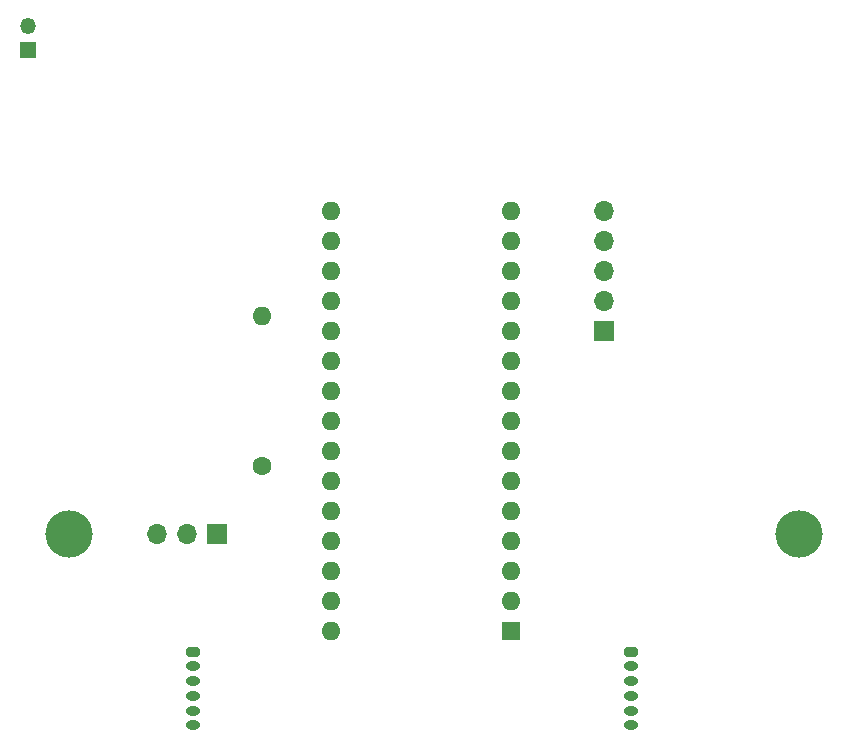
<source format=gbs>
G04 #@! TF.GenerationSoftware,KiCad,Pcbnew,(6.0.2)*
G04 #@! TF.CreationDate,2023-01-26T14:22:11+00:00*
G04 #@! TF.ProjectId,bomb-diffusal-maze,626f6d62-2d64-4696-9666-7573616c2d6d,rev?*
G04 #@! TF.SameCoordinates,Original*
G04 #@! TF.FileFunction,Soldermask,Bot*
G04 #@! TF.FilePolarity,Negative*
%FSLAX46Y46*%
G04 Gerber Fmt 4.6, Leading zero omitted, Abs format (unit mm)*
G04 Created by KiCad (PCBNEW (6.0.2)) date 2023-01-26 14:22:11*
%MOMM*%
%LPD*%
G01*
G04 APERTURE LIST*
G04 Aperture macros list*
%AMRoundRect*
0 Rectangle with rounded corners*
0 $1 Rounding radius*
0 $2 $3 $4 $5 $6 $7 $8 $9 X,Y pos of 4 corners*
0 Add a 4 corners polygon primitive as box body*
4,1,4,$2,$3,$4,$5,$6,$7,$8,$9,$2,$3,0*
0 Add four circle primitives for the rounded corners*
1,1,$1+$1,$2,$3*
1,1,$1+$1,$4,$5*
1,1,$1+$1,$6,$7*
1,1,$1+$1,$8,$9*
0 Add four rect primitives between the rounded corners*
20,1,$1+$1,$2,$3,$4,$5,0*
20,1,$1+$1,$4,$5,$6,$7,0*
20,1,$1+$1,$6,$7,$8,$9,0*
20,1,$1+$1,$8,$9,$2,$3,0*%
G04 Aperture macros list end*
%ADD10R,1.700000X1.700000*%
%ADD11O,1.700000X1.700000*%
%ADD12RoundRect,0.166666X-0.433334X0.233334X-0.433334X-0.233334X0.433334X-0.233334X0.433334X0.233334X0*%
%ADD13O,1.200000X0.800000*%
%ADD14C,1.600000*%
%ADD15O,1.600000X1.600000*%
%ADD16C,4.000000*%
%ADD17R,1.350000X1.350000*%
%ADD18O,1.350000X1.350000*%
%ADD19R,1.600000X1.600000*%
G04 APERTURE END LIST*
D10*
X174498000Y-76962000D03*
D11*
X174498000Y-74422000D03*
X174498000Y-71882000D03*
X174498000Y-69342000D03*
X174498000Y-66802000D03*
D12*
X176784000Y-104140000D03*
D13*
X176784000Y-105390000D03*
X176784000Y-106640000D03*
X176784000Y-107890000D03*
X176784000Y-109140000D03*
X176784000Y-110390000D03*
D10*
X141698000Y-94162000D03*
D11*
X139158000Y-94162000D03*
X136618000Y-94162000D03*
D14*
X145542000Y-88392000D03*
D15*
X145542000Y-75692000D03*
D16*
X190948000Y-94162000D03*
D17*
X125698000Y-53162000D03*
D18*
X125698000Y-51162000D03*
D19*
X166614000Y-102362000D03*
D15*
X166614000Y-99822000D03*
X166614000Y-97282000D03*
X166614000Y-94742000D03*
X166614000Y-92202000D03*
X166614000Y-89662000D03*
X166614000Y-87122000D03*
X166614000Y-84582000D03*
X166614000Y-82042000D03*
X166614000Y-79502000D03*
X166614000Y-76962000D03*
X166614000Y-74422000D03*
X166614000Y-71882000D03*
X166614000Y-69342000D03*
X166614000Y-66802000D03*
X151374000Y-66802000D03*
X151374000Y-69342000D03*
X151374000Y-71882000D03*
X151374000Y-74422000D03*
X151374000Y-76962000D03*
X151374000Y-79502000D03*
X151374000Y-82042000D03*
X151374000Y-84582000D03*
X151374000Y-87122000D03*
X151374000Y-89662000D03*
X151374000Y-92202000D03*
X151374000Y-94742000D03*
X151374000Y-97282000D03*
X151374000Y-99822000D03*
X151374000Y-102362000D03*
D16*
X129198000Y-94162000D03*
D12*
X139700000Y-104140000D03*
D13*
X139700000Y-105390000D03*
X139700000Y-106640000D03*
X139700000Y-107890000D03*
X139700000Y-109140000D03*
X139700000Y-110390000D03*
M02*

</source>
